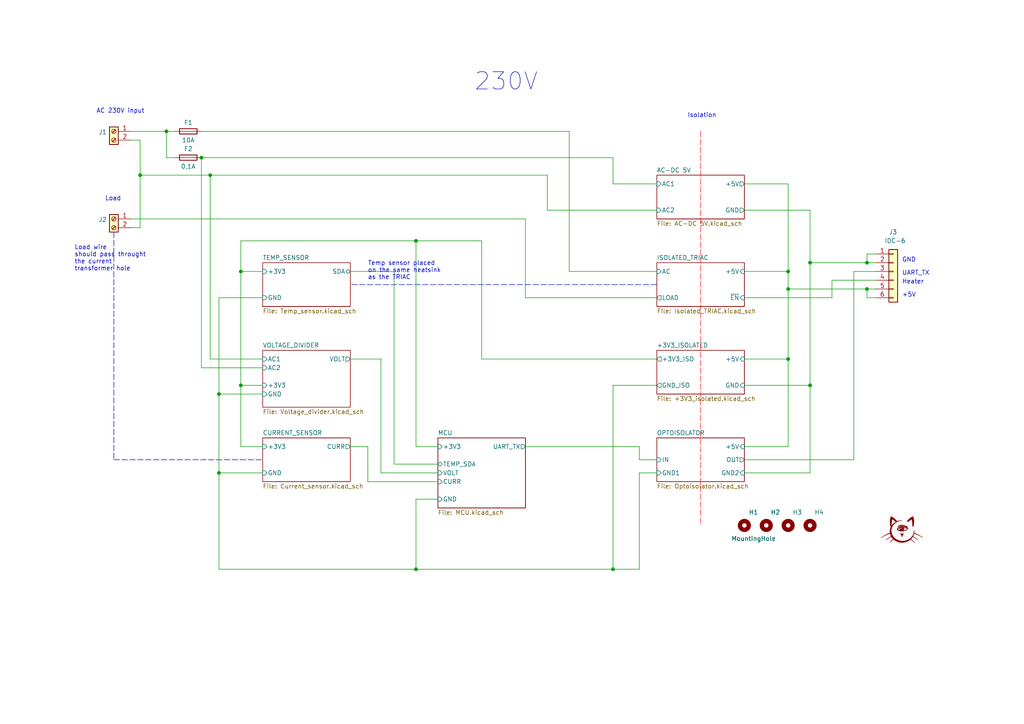
<source format=kicad_sch>
(kicad_sch (version 20231120) (generator "eeschema") (generator_version "8.0")
  (paper "A4")
  (title_block (title "Furnace 230V") (date "2021-08-26") (rev "1.0") (company "Yuriy Volkov"))
  (lib_symbols
    (symbol "Connector_Generic:Conn_01x06" (pin_names (offset 1.016) hide)
      (property "Reference" "J" (at 0 7.62 0))
      (property "Value" "Conn_01x06" (at 0 -10.16 0))
      (symbol "Conn_01x06_1_1"
        (rectangle (start -1.27 -7.493) (end 0 -7.747) (stroke (width 0.1524)))
        (rectangle (start -1.27 -4.953) (end 0 -5.207) (stroke (width 0.1524)))
        (rectangle (start -1.27 -2.413) (end 0 -2.667) (stroke (width 0.1524)))
        (rectangle (start -1.27 0.127) (end 0 -0.127) (stroke (width 0.1524)))
        (rectangle (start -1.27 2.667) (end 0 2.413) (stroke (width 0.1524)))
        (rectangle (start -1.27 5.207) (end 0 4.953) (stroke (width 0.1524)))
        (rectangle (start -1.27 6.35) (end 1.27 -8.89) (stroke (width 0.254)) (fill (type background)))
        (pin passive line (at -5.08 5.08 0) (length 3.81) (name "Pin_1") (number "1"))
        (pin passive line (at -5.08 2.54 0) (length 3.81) (name "Pin_2") (number "2"))
        (pin passive line (at -5.08 0 0) (length 3.81) (name "Pin_3") (number "3"))
        (pin passive line (at -5.08 -2.54 0) (length 3.81) (name "Pin_4") (number "4"))
        (pin passive line (at -5.08 -5.08 0) (length 3.81) (name "Pin_5") (number "5"))
        (pin passive line (at -5.08 -7.62 0) (length 3.81) (name "Pin_6") (number "6"))
      )
    )
    (symbol "Mechanical:MountingHole" (pin_names (offset 1.016)) (exclude_from_sim yes) (in_bom no)
      (property "Reference" "H" (at 0 5.08 0))
      (property "Value" "MountingHole" (at 0 3.175 0))
      (symbol "MountingHole_0_1"
        (circle (center 0 0) (radius 1.27) (stroke (width 1.27)))
      )
    )
    (symbol "furnace_230V-rescue:Fuse-Device" (pin_numbers hide) (pin_names (offset 0))
      (property "Reference" "F" (at 2.032 0 90))
      (property "Value" "Fuse-Device" (at -1.905 0 90))
      (symbol "Fuse-Device_0_1"
        (rectangle (start -0.762 -2.54) (end 0.762 2.54) (stroke (width 0.254)))
        (polyline (pts (xy 0 2.54) (xy 0 -2.54)))
      )
      (symbol "Fuse-Device_1_1"
        (pin passive line (at 0 3.81 270) (length 1.27) (name "~") (number "1"))
        (pin passive line (at 0 -3.81 90) (length 1.27) (name "~") (number "2"))
      )
    )
    (symbol "furnace_230V-rescue:Screw_Terminal_01x02-Connector" (pin_names (offset 1.016) hide)
      (property "Reference" "J" (at 0 2.54 0))
      (property "Value" "Screw_Terminal_01x02-Connector" (at 0 -5.08 0))
      (symbol "Screw_Terminal_01x02-Connector_1_1"
        (rectangle (start -1.27 1.27) (end 1.27 -3.81) (stroke (width 0.254)) (fill (type background)))
        (circle (center 0 -2.54) (radius 0.635) (stroke (width 0.1524)))
        (polyline (pts (xy -0.5334 -2.2098) (xy 0.3302 -3.048)) (stroke (width 0.1524)))
        (polyline (pts (xy -0.5334 0.3302) (xy 0.3302 -0.508)) (stroke (width 0.1524)))
        (polyline (pts (xy -0.3556 -2.032) (xy 0.508 -2.8702)) (stroke (width 0.1524)))
        (polyline (pts (xy -0.3556 0.508) (xy 0.508 -0.3302)) (stroke (width 0.1524)))
        (circle (center 0 0) (radius 0.635) (stroke (width 0.1524)))
        (pin passive line (at -5.08 0 0) (length 3.81) (name "Pin_1") (number "1"))
        (pin passive line (at -5.08 -2.54 0) (length 3.81) (name "Pin_2") (number "2"))
      )
    )
    (symbol "stamp:LOGO" (pin_names (offset 1.016))
      (symbol "LOGO_0_0"
        (polyline (pts (xy 0.0254 -2.032) (xy 0.0254 -1.9812) (xy 0.0508 -1.9558) (xy 0.0762 -1.8542) (xy 0.1016 -1.778) (xy 0.1524 -1.6764) (xy 0.1778 -1.6002) (xy 0.2286 -1.5494) (xy 0.2794 -1.4224) (xy 0.3556 -1.3208) (xy 0.5334 -1.143) (xy -0.508 -1.143) (xy -0.508 -1.1684) (xy -0.2794 -1.397) (xy -0.2032 -1.524) (xy -0.1524 -1.651) (xy -0.0762 -1.8034) (xy -0.0254 -1.9812) (xy -0.0254 -2.0066) (xy 0 -2.0574) (xy 0.0254 -2.032)) (stroke (width 0.0254)) (fill (type outline)))
        (polyline (pts (xy 0.1016 -0.1016) (xy 0.1778 -0.0762) (xy 0.2794 0.0762) (xy 0.3048 0.1016) (xy 0.3048 0.127) (xy 0.3302 0.1524) (xy 0.3302 0.3302) (xy 0.3048 0.381) (xy 0.3048 0.4064) (xy 0.2794 0.4318) (xy 0.2794 0.4826) (xy 0.1778 0.5842) (xy 0.0762 0.635) (xy 0.0508 0.6604) (xy -0.1524 0.6604) (xy -0.1778 0.635) (xy -0.2032 0.635) (xy -0.254 0.6096) (xy -0.254 0.5842) (xy -0.2032 0.5842) (xy -0.127 0.508) (xy -0.1016 0.4572) (xy -0.1016 0.381) (xy -0.127 0.3556) (xy -0.1524 0.3048) (xy -0.2032 0.254) (xy -0.3048 0.254) (xy -0.3556 0.2794) (xy -0.4064 0.3302) (xy -0.4064 0.3556) (xy -0.4318 0.3556) (xy -0.4318 0.2286) (xy -0.4064 0.1778) (xy -0.4064 0.0762) (xy -0.3556 0.0254) (xy -0.3048 -0.0508) (xy -0.2286 -0.1016) (xy -0.1524 -0.127) (xy 0.0508 -0.127) (xy 0.1016 -0.1016)) (stroke (width 0.0254)) (fill (type outline)))
        (polyline (pts (xy -1.2954 0.762) (xy -1.1684 0.8636) (xy -1.0668 0.9398) (xy -0.9652 0.9906) (xy -0.8636 1.0668) (xy -0.7874 1.0922) (xy -0.7112 1.143) (xy -0.5588 1.1938) (xy -0.4572 1.1938) (xy -0.4572 1.2192) (xy -0.3302 1.2192) (xy -0.2032 1.2446) (xy -0.0508 1.2446) (xy 0.0762 1.2192) (xy 0.2286 1.1938) (xy 0.381 1.143) (xy 0.5334 1.0668) (xy 0.7112 0.9906) (xy 0.9144 0.9144) (xy 0.9398 0.889) (xy 1.143 0.7874) (xy 1.4478 0.6858) (xy 1.6256 0.6858) (xy 1.6002 0.7112) (xy 1.5494 0.7366) (xy 1.4986 0.7366) (xy 1.4732 0.762) (xy 1.3716 0.7874) (xy 1.2954 0.8382) (xy 1.2446 0.8636) (xy 1.1684 0.889) (xy 1.1176 0.9398) (xy 1.1684 0.9398) (xy 1.1938 0.9144) (xy 1.524 0.9144) (xy 1.5748 0.9398) (xy 1.6256 0.9398) (xy 1.651 0.9652) (xy 1.6002 0.9652) (xy 1.5748 0.9906) (xy 1.4732 0.9906) (xy 1.3462 1.0414) (xy 1.2192 1.0668) (xy 1.0668 1.1176) (xy 0.7112 1.2192) (xy 0.6858 1.2446) (xy 0.5334 1.2954) (xy 0.4064 1.3208) (xy 0.2794 1.3716) (xy 0.1778 1.397) (xy 0.0762 1.397) (xy 0 1.4224) (xy -0.3302 1.4224) (xy -0.635 1.3462) (xy -0.7874 1.27) (xy -0.9398 1.1684) (xy -1.0668 1.0668) (xy -1.3208 0.762) (xy -1.3462 0.7366) (xy -1.2954 0.762)) (stroke (width 0.0254)) (fill (type outline)))
        (polyline (pts (xy 3.2512 0.9398) (xy 3.2766 0.9906) (xy 3.2766 1.0668) (xy 3.3274 1.2192) (xy 3.3528 1.27) (xy 3.3782 1.4986) (xy 3.429 1.8034) (xy 3.4544 2.1082) (xy 3.4798 2.3876) (xy 3.4544 2.6924) (xy 3.429 2.9464) (xy 3.3782 3.2258) (xy 3.3274 3.4798) (xy 3.2258 3.7084) (xy 3.2258 3.7338) (xy 3.175 3.8354) (xy 3.175 3.8608) (xy 3.1242 3.8608) (xy 3.0988 3.8354) (xy 3.048 3.81) (xy 2.9718 3.7846) (xy 2.921 3.7592) (xy 2.8448 3.7084) (xy 2.7686 3.683) (xy 2.667 3.6068) (xy 2.4638 3.4798) (xy 2.286 3.3274) (xy 2.0828 3.175) (xy 1.7018 2.794) (xy 1.651 2.7178) (xy 1.5748 2.667) (xy 1.524 2.5908) (xy 1.4986 2.5654) (xy 1.4732 2.5146) (xy 1.4478 2.4892) (xy 1.4732 2.4892) (xy 1.4986 2.4638) (xy 1.5494 2.4384) (xy 1.6002 2.4384) (xy 1.651 2.3876) (xy 1.8034 2.3368) (xy 1.905 2.413) (xy 2.0066 2.5146) (xy 2.0828 2.5654) (xy 2.1844 2.6416) (xy 2.2606 2.7178) (xy 2.3622 2.794) (xy 2.4384 2.8448) (xy 2.54 2.8956) (xy 2.6162 2.9718) (xy 2.6924 2.9972) (xy 2.7432 3.048) (xy 2.794 3.0734) (xy 2.8194 3.0988) (xy 2.8448 3.0988) (xy 2.8448 3.0734) (xy 2.8702 3.0226) (xy 2.8702 2.9464) (xy 2.8956 2.8956) (xy 2.8956 2.8194) (xy 2.921 2.7178) (xy 2.9464 2.6416) (xy 2.9464 2.5654) (xy 2.9718 2.4892) (xy 2.9718 2.3876) (xy 2.9972 2.286) (xy 2.9972 2.1844) (xy 3.0226 2.0828) (xy 3.0226 1.5748) (xy 3.048 1.2192) (xy 3.0734 1.143) (xy 3.0988 1.0922) (xy 3.1496 1.0414) (xy 3.175 0.9906) (xy 3.175 0.9652) (xy 3.2258 0.9144) (xy 3.2512 0.9398)) (stroke (width 0.0254)) (fill (type outline)))
        (polyline (pts (xy 0.3556 -0.381) (xy 0.6096 -0.3302) (xy 0.8382 -0.254) (xy 1.0414 -0.1778) (xy 1.143 -0.127) (xy 1.2954 -0.0254) (xy 1.4224 0.0762) (xy 1.5748 0.1778) (xy 1.5748 0.2032) (xy 1.7272 0.3556) (xy 1.7526 0.4064) (xy 1.8034 0.4572) (xy 1.8034 0.508) (xy 1.7526 0.508) (xy 1.7018 0.5334) (xy 1.6002 0.5334) (xy 1.4732 0.5588) (xy 1.3716 0.5842) (xy 1.2446 0.6096) (xy 1.143 0.6604) (xy 1.016 0.7112) (xy 0.8636 0.762) (xy 0.7366 0.8128) (xy 0.5588 0.889) (xy 0.4826 0.9144) (xy 0.381 0.9652) (xy 0.2286 1.016) (xy 0.1778 1.0414) (xy 0.1016 1.0414) (xy 0.0508 1.0668) (xy -0.2286 1.0668) (xy -0.3556 1.0414) (xy -0.4826 0.9906) (xy -0.635 0.9398) (xy -0.9398 0.7366) (xy -1.1684 0.508) (xy -1.2446 0.4572) (xy -1.4224 0.2794) (xy -1.4478 0.2286) (xy -1.2446 0.2286) (xy -1.1938 0.2794) (xy -1.143 0.3048) (xy -1.0922 0.3556) (xy -1.0414 0.381) (xy -1.016 0.4318) (xy -0.9652 0.4572) (xy -0.9398 0.4826) (xy -0.889 0.508) (xy -0.7874 0.6096) (xy -0.7366 0.635) (xy -0.635 0.7366) (xy -0.5588 0.762) (xy -0.6096 0.6858) (xy -0.6858 0.5334) (xy -0.6858 0.4572) (xy -0.7112 0.4064) (xy -0.7112 0.2032) (xy -0.6858 0.1524) (xy -0.6858 0.127) (xy -0.5334 0.127) (xy -0.5334 0.3302) (xy -0.508 0.4572) (xy -0.4064 0.6096) (xy -0.3302 0.6858) (xy -0.2286 0.7366) (xy -0.127 0.762) (xy 0.0508 0.762) (xy 0.1524 0.7112) (xy 0.1778 0.7112) (xy 0.2286 0.6858) (xy 0.3302 0.5842) (xy 0.4064 0.4318) (xy 0.4318 0.3302) (xy 0.4318 0.2286) (xy 0.381 0.0254) (xy 0.3302 -0.0762) (xy 0.254 -0.127) (xy 0.1524 -0.2032) (xy 0.0508 -0.2286) (xy 0.0254 -0.254) (xy -0.0762 -0.254) (xy -0.2794 -0.2032) (xy -0.4318 -0.0508) (xy -0.4826 0.0254) (xy -0.5334 0.127) (xy -0.6858 0.127) (xy -0.6858 0.0762) (xy -0.5334 -0.1524) (xy -0.508 -0.1778) (xy -0.5334 -0.1778) (xy -0.5842 -0.1524) (xy -0.6604 -0.127) (xy -0.7112 -0.1016) (xy -0.7874 -0.0762) (xy -0.8636 -0.0254) (xy -1.016 0.0508) (xy -1.0668 0.1016) (xy -1.1176 0.127) (xy -1.1684 0.1778) (xy -1.2192 0.2032) (xy -1.2446 0.2286) (xy -1.4478 0.2286) (xy -1.4478 0.2032) (xy -1.4224 0.1778) (xy -1.397 0.127) (xy -1.3716 0.1016) (xy -1.3462 0.0508) (xy -1.3208 0.0254) (xy -1.0668 -0.1778) (xy -0.889 -0.254) (xy -0.8128 -0.2794) (xy 0.3048 -0.2794) (xy 0.3302 -0.254) (xy 0.381 -0.1778) (xy 0.4572 -0.127) (xy 0.508 -0.0508) (xy 0.508 -0.0254) (xy 0.5588 0.0762) (xy 0.6096 0.2032) (xy 0.6096 0.3302) (xy 0.5588 0.5842) (xy 0.508 0.6858) (xy 0.4318 0.7874) (xy 0.381 0.8382) (xy 0.381 0.8636) (xy 0.5334 0.7874) (xy 0.6096 0.762) (xy 0.7112 0.7112) (xy 0.7874 0.6604) (xy 0.8382 0.6604) (xy 0.9144 0.6096) (xy 0.9906 0.5842) (xy 1.0922 0.5334) (xy 1.1176 0.5334) (xy 1.2192 0.4826) (xy 1.2446 0.4826) (xy 1.397 0.4318) (xy 1.4732 0.4318) (xy 1.6002 0.4064) (xy 1.4986 0.3048) (xy 1.3462 0.1778) (xy 0.9906 -0.0762) (xy 0.7874 -0.1524) (xy 0.6096 -0.2286) (xy 0.4318 -0.2794) (xy 0.3048 -0.2794) (xy -0.8128 -0.2794) (xy -0.7366 -0.3048) (xy -0.5588 -0.3556) (xy -0.3556 -0.4064) (xy 0.127 -0.4064) (xy 0.3556 -0.381)) (stroke (width 0.0254)) (fill (type outline)))
        (polyline (pts (xy -3.5052 -3.6068) (xy -3.3782 -3.5052) (xy -3.175 -3.302) (xy -2.7686 -2.9464) (xy -2.5908 -2.8194) (xy -2.4892 -2.7432) (xy -2.1844 -2.9972) (xy -1.9304 -3.175) (xy -1.3716 -3.429) (xy -1.0922 -3.5306) (xy -0.7874 -3.6068) (xy -0.4826 -3.6576) (xy -0.381 -3.683) (xy 0.381 -3.683) (xy 0.4826 -3.6576) (xy 0.508 -3.6576) (xy 0.8128 -3.6068) (xy 1.0922 -3.5306) (xy 1.3716 -3.429) (xy 1.6256 -3.3274) (xy 1.8796 -3.2004) (xy 2.1336 -3.048) (xy 2.3622 -2.8702) (xy 2.4892 -2.7432) (xy 2.54 -2.794) (xy 2.5654 -2.794) (xy 2.6162 -2.8448) (xy 2.6924 -2.8956) (xy 2.7432 -2.9464) (xy 2.9718 -3.0988) (xy 3.2004 -3.3274) (xy 3.2766 -3.3782) (xy 3.3528 -3.4544) (xy 3.429 -3.556) (xy 3.4798 -3.6068) (xy 3.556 -3.6576) (xy 3.6068 -3.7338) (xy 3.6576 -3.7846) (xy 3.7084 -3.81) (xy 3.6322 -3.7338) (xy 3.6322 -3.7084) (xy 3.5814 -3.6576) (xy 3.5052 -3.556) (xy 3.4036 -3.4798) (xy 3.3274 -3.3782) (xy 3.1242 -3.175) (xy 2.9972 -3.0734) (xy 2.8956 -2.9718) (xy 2.794 -2.8956) (xy 2.7178 -2.8194) (xy 2.5654 -2.6924) (xy 2.667 -2.5654) (xy 2.7178 -2.5146) (xy 2.8702 -2.3114) (xy 3.0226 -2.1336) (xy 3.0226 -2.1082) (xy 3.048 -2.0574) (xy 3.0988 -2.0066) (xy 3.1496 -2.0066) (xy 3.175 -2.032) (xy 3.2258 -2.0574) (xy 3.302 -2.0828) (xy 3.3528 -2.1082) (xy 3.429 -2.1336) (xy 3.4798 -2.1844) (xy 3.5814 -2.2352) (xy 3.6068 -2.2352) (xy 3.6576 -2.286) (xy 3.7084 -2.3114) (xy 3.7846 -2.3368) (xy 3.8608 -2.413) (xy 3.8862 -2.413) (xy 3.9116 -2.4384) (xy 3.937 -2.4384) (xy 3.937 -2.4638) (xy 4.0894 -2.54) (xy 4.1402 -2.5908) (xy 4.445 -2.794) (xy 4.4704 -2.8194) (xy 4.5466 -2.8702) (xy 4.5974 -2.921) (xy 4.6482 -2.9464) (xy 4.572 -2.8702) (xy 4.4196 -2.7432) (xy 4.2164 -2.5908) (xy 4.0386 -2.4638) (xy 3.8354 -2.3114) (xy 3.429 -2.0574) (xy 3.2258 -1.9558) (xy 3.1496 -1.905) (xy 3.2766 -1.651) (xy 3.3528 -1.4224) (xy 3.429 -1.2192) (xy 3.429 -1.1684) (xy 3.4544 -1.1176) (xy 3.4544 -1.0668) (xy 3.4798 -1.0668) (xy 3.5814 -1.1176) (xy 3.6576 -1.1176) (xy 3.7338 -1.143) (xy 3.81 -1.1938) (xy 4.0132 -1.2446) (xy 4.2672 -1.3462) (xy 4.826 -1.6002) (xy 5.1054 -1.7526) (xy 5.3848 -1.8796) (xy 5.6642 -2.0574) (xy 5.9182 -2.2098) (xy 6.0198 -2.2606) (xy 5.9944 -2.2352) (xy 5.9436 -2.2098) (xy 5.8674 -2.159) (xy 5.8166 -2.1082) (xy 5.588 -1.9558) (xy 5.4864 -1.905) (xy 4.8768 -1.5494) (xy 4.5466 -1.3716) (xy 4.2418 -1.2192) (xy 3.6322 -0.9652) (xy 3.5814 -0.9398) (xy 3.5306 -0.9398) (xy 3.5052 -0.9144) (xy 3.4798 -0.9144) (xy 3.4798 -0.8636) (xy 3.5052 -0.8128) (xy 3.5052 -0.1778) (xy 3.4798 -0.1524) (xy 3.4798 -0.3048) (xy 3.4544 -0.5842) (xy 3.3528 -1.0922) (xy 3.1496 -1.6002) (xy 2.9972 -1.8034) (xy 2.8448 -2.032) (xy 2.667 -2.2352) (xy 2.2606 -2.5908) (xy 2.032 -2.7432) (xy 1.8034 -2.8702) (xy 1.524 -2.9972) (xy 1.27 -3.0988) (xy 0.9652 -3.175) (xy 0.6858 -3.2258) (xy 0.4064 -3.2512) (xy 0.1016 -3.2512) (xy -0.508 -3.2004) (xy -0.7874 -3.1242) (xy -1.0414 -3.048) (xy -1.2954 -2.9464) (xy -1.7526 -2.6924) (xy -1.9812 -2.5146) (xy -2.1844 -2.3622) (xy -2.54 -1.9558) (xy -2.667 -1.7526) (xy -2.921 -1.2954) (xy -2.9972 -1.0414) (xy -3.0988 -0.5334) (xy -3.0988 0) (xy -2.9972 0.508) (xy -2.8956 0.762) (xy -2.8702 0.8382) (xy -2.6162 1.2954) (xy -2.4638 1.4986) (xy -2.286 1.7018) (xy -2.0828 1.8796) (xy -1.8542 2.0574) (xy -1.6256 2.2098) (xy -1.397 2.3368) (xy -1.27 2.413) (xy -1.0414 2.4892) (xy -0.8382 2.5654) (xy -0.635 2.6162) (xy -0.4064 2.667) (xy -0.1524 2.6924) (xy 0 2.7178) (xy -0.254 2.7178) (xy -0.5334 2.6924) (xy -0.7874 2.6416) (xy -1.0668 2.5654) (xy -1.3208 2.4892) (xy -1.4224 2.4384) (xy -1.4478 2.4892) (xy -1.5494 2.5908) (xy -1.7272 2.794) (xy -1.9304 2.9972) (xy -2.3368 3.3528) (xy -2.7432 3.6576) (xy -2.8194 3.683) (xy -2.8702 3.7338) (xy -2.9464 3.7592) (xy -2.9972 3.7846) (xy -3.0734 3.8354) (xy -3.1242 3.8608) (xy -3.2004 3.8608) (xy -3.2258 3.81) (xy -3.2766 3.6576) (xy -3.302 3.556) (xy -3.3782 3.3782) (xy -3.429 3.175) (xy -3.4798 2.8194) (xy -3.4798 1.9304) (xy -3.4544 1.8542) (xy -3.4544 1.7272) (xy -3.4036 1.4478) (xy -3.3274 1.1684) (xy -3.3274 1.1176) (xy -3.048 1.1176) (xy -3.048 2.0066) (xy -3.0226 2.1082) (xy -2.9718 2.6162) (xy -2.921 2.8702) (xy -2.8956 2.8956) (xy -2.8956 2.9718) (xy -2.8702 3.0226) (xy -2.8702 3.048) (xy -2.8448 3.0734) (xy -2.794 3.0734) (xy -2.7432 3.048) (xy -2.6924 2.9972) (xy -2.6416 2.9718) (xy -2.413 2.8194) (xy -2.3368 2.7432) (xy -2.286 2.7178) (xy -2.2606 2.7178) (xy -2.1844 2.6416) (xy -2.1336 2.6162) (xy -2.032 2.5146) (xy -1.9558 2.4638) (xy -1.778 2.286) (xy -1.8034 2.2606) (xy -1.8288 2.2606) (xy -1.8542 2.2352) (xy -1.9558 2.1844) (xy -2.032 2.1082) (xy -2.159 2.0574) (xy -2.2606 1.9812) (xy -2.3368 1.905) (xy -2.4638 1.8034) (xy -2.5908 1.6764) (xy -2.6924 1.5494) (xy -2.8194 1.4224) (xy -2.921 1.2954) (xy -2.9972 1.1938) (xy -3.0226 1.143) (xy -3.0226 1.1176) (xy -3.048 1.1176) (xy -3.3274 1.1176) (xy -3.2512 0.9398) (xy -3.2512 0.8382) (xy -3.2258 0.8128) (xy -3.2258 0.762) (xy -3.2512 0.7366) (xy -3.2766 0.6858) (xy -3.2766 0.635) (xy -3.3528 0.4572) (xy -3.4544 0.0508) (xy -3.4544 0.0254) (xy -3.4798 -0.0254) (xy -3.4798 -0.1524) (xy -3.5052 -0.2032) (xy -3.5052 -0.7874) (xy -3.4798 -0.8382) (xy -3.4798 -0.9144) (xy -3.6068 -0.9652) (xy -3.7592 -1.016) (xy -4.0894 -1.143) (xy -4.4196 -1.2954) (xy -5.08 -1.651) (xy -5.4102 -1.8542) (xy -5.715 -2.0574) (xy -5.7404 -2.0574) (xy -5.7912 -2.1082) (xy -5.8674 -2.159) (xy -5.9182 -2.1844) (xy -5.969 -2.2352) (xy -6.0198 -2.2606) (xy -6.0452 -2.286) (xy -6.0198 -2.286) (xy -5.9944 -2.2606) (xy -5.8928 -2.2098) (xy -5.6642 -2.0574) (xy -5.3848 -1.8796) (xy -5.1054 -1.7272) (xy -4.5466 -1.4732) (xy -4.2418 -1.3462) (xy -4.1656 -1.3208) (xy -4.0894 -1.27) (xy -3.9878 -1.2446) (xy -3.8862 -1.1938) (xy -3.81 -1.1684) (xy -3.7084 -1.143) (xy -3.556 -1.0922) (xy -3.5052 -1.0922) (xy -3.4798 -1.0668) (xy -3.4544 -1.0668) (xy -3.4544 -1.1176) (xy -3.4036 -1.2192) (xy -3.3782 -1.3716) (xy -3.302 -1.5748) (xy -3.2258 -1.7526) (xy -3.1496 -1.905) (xy -3.5052 -2.1082) (xy -3.7592 -2.2606) (xy -3.9878 -2.4384) (xy -4.2418 -2.5908) (xy -4.445 -2.7686) (xy -4.4704 -2.794) (xy -4.5466 -2.8448) (xy -4.6736 -2.9718) (xy -4.572 -2.921) (xy -4.5212 -2.8448) (xy -4.2672 -2.667) (xy -3.9878 -2.4638) (xy -3.683 -2.286) (xy -3.6322 -2.2606) (xy -3.556 -2.2098) (xy -3.4798 -2.1844) (xy -3.4036 -2.1336) (xy -3.3274 -2.1082) (xy -3.2766 -2.0574) (xy -3.2004 -2.032) (xy -3.1496 -2.0066) (xy -3.0988 -2.0066) (xy -3.0988 -2.032) (xy -3.0226 -2.1082) (xy -2.921 -2.2606) (xy -2.667 -2.5654) (xy -2.5654 -2.6924) (xy -2.667 -2.7686) (xy -2.794 -2.8702) (xy -3.0226 -3.0734) (xy -3.2512 -3.302) (xy -3.556 -3.6576) (xy -3.5052 -3.6068)) (stroke (width 0.0254)) (fill (type outline)))
      )
    )
  )
  (junction (at 40.64 50.8))
  (junction (at 60.96 50.8))
  (junction (at 234.95 111.76))
  (junction (at 120.65 165.1))
  (junction (at 63.5 137.16))
  (junction (at 234.95 76.2))
  (junction (at 48.26 38.1))
  (junction (at 69.85 111.76))
  (junction (at 63.5 114.3))
  (junction (at 177.8 165.1))
  (junction (at 251.46 76.2))
  (junction (at 69.85 78.74))
  (junction (at 58.42 45.72))
  (junction (at 228.6 83.82))
  (junction (at 251.46 83.82))
  (junction (at 228.6 78.74))
  (junction (at 120.65 69.85))
  (junction (at 228.6 104.14))
  (wire (pts (xy 106.68 129.54) (xy 101.6 129.54)))
  (polyline (pts (xy 190.5 82.55) (xy 101.6 82.55)) (stroke (width 0) (type dash)))
  (wire (pts (xy 58.42 38.1) (xy 165.1 38.1)))
  (wire (pts (xy 127 144.78) (xy 120.65 144.78)))
  (wire (pts (xy 247.65 78.74) (xy 247.65 133.35)))
  (wire (pts (xy 40.64 66.04) (xy 40.64 50.8)))
  (wire (pts (xy 60.96 104.14) (xy 60.96 50.8)))
  (wire (pts (xy 38.1 63.5) (xy 152.4 63.5)))
  (wire (pts (xy 48.26 45.72) (xy 48.26 38.1)))
  (wire (pts (xy 228.6 83.82) (xy 228.6 78.74)))
  (wire (pts (xy 185.42 137.16) (xy 185.42 165.1)))
  (wire (pts (xy 76.2 78.74) (xy 69.85 78.74)))
  (wire (pts (xy 76.2 137.16) (xy 63.5 137.16)))
  (wire (pts (xy 120.65 129.54) (xy 120.65 69.85)))
  (wire (pts (xy 190.5 86.36) (xy 152.4 86.36)))
  (wire (pts (xy 120.65 144.78) (xy 120.65 165.1)))
  (polyline (pts (xy 33.02 67.31) (xy 33.02 133.35)) (stroke (width 0) (type dash)))
  (wire (pts (xy 127 137.16) (xy 110.49 137.16)))
  (wire (pts (xy 185.42 133.35) (xy 190.5 133.35)))
  (wire (pts (xy 120.65 165.1) (xy 63.5 165.1)))
  (wire (pts (xy 177.8 111.76) (xy 177.8 165.1)))
  (wire (pts (xy 58.42 106.68) (xy 58.42 45.72)))
  (wire (pts (xy 215.9 111.76) (xy 234.95 111.76)))
  (wire (pts (xy 69.85 129.54) (xy 76.2 129.54)))
  (wire (pts (xy 158.75 50.8) (xy 60.96 50.8)))
  (wire (pts (xy 215.9 104.14) (xy 228.6 104.14)))
  (wire (pts (xy 69.85 69.85) (xy 69.85 78.74)))
  (wire (pts (xy 58.42 45.72) (xy 177.8 45.72)))
  (wire (pts (xy 251.46 76.2) (xy 234.95 76.2)))
  (wire (pts (xy 50.8 45.72) (xy 48.26 45.72)))
  (wire (pts (xy 190.5 137.16) (xy 185.42 137.16)))
  (wire (pts (xy 158.75 60.96) (xy 158.75 50.8)))
  (wire (pts (xy 127 134.62) (xy 114.3 134.62)))
  (wire (pts (xy 165.1 38.1) (xy 165.1 78.74)))
  (wire (pts (xy 190.5 78.74) (xy 165.1 78.74)))
  (wire (pts (xy 251.46 83.82) (xy 251.46 86.36)))
  (wire (pts (xy 139.7 69.85) (xy 120.65 69.85)))
  (wire (pts (xy 76.2 104.14) (xy 60.96 104.14)))
  (wire (pts (xy 152.4 129.54) (xy 185.42 129.54)))
  (wire (pts (xy 152.4 86.36) (xy 152.4 63.5)))
  (wire (pts (xy 234.95 60.96) (xy 215.9 60.96)))
  (wire (pts (xy 234.95 76.2) (xy 234.95 111.76)))
  (wire (pts (xy 106.68 139.7) (xy 106.68 129.54)))
  (wire (pts (xy 185.42 165.1) (xy 177.8 165.1)))
  (wire (pts (xy 69.85 111.76) (xy 69.85 129.54)))
  (wire (pts (xy 60.96 50.8) (xy 40.64 50.8)))
  (wire (pts (xy 254 73.66) (xy 251.46 73.66)))
  (wire (pts (xy 228.6 53.34) (xy 215.9 53.34)))
  (wire (pts (xy 190.5 60.96) (xy 158.75 60.96)))
  (wire (pts (xy 177.8 45.72) (xy 177.8 53.34)))
  (wire (pts (xy 251.46 83.82) (xy 228.6 83.82)))
  (wire (pts (xy 228.6 53.34) (xy 228.6 78.74)))
  (wire (pts (xy 185.42 129.54) (xy 185.42 133.35)))
  (wire (pts (xy 254 81.28) (xy 241.3 81.28)))
  (wire (pts (xy 215.9 129.54) (xy 228.6 129.54)))
  (wire (pts (xy 228.6 104.14) (xy 228.6 83.82)))
  (polyline (pts (xy 203.2 38.1) (xy 203.2 152.4)) (stroke (width 0) (type dash) (color 255 0 0 1)))
  (wire (pts (xy 254 78.74) (xy 247.65 78.74)))
  (wire (pts (xy 254 83.82) (xy 251.46 83.82)))
  (wire (pts (xy 241.3 81.28) (xy 241.3 86.36)))
  (wire (pts (xy 228.6 129.54) (xy 228.6 104.14)))
  (wire (pts (xy 190.5 111.76) (xy 177.8 111.76)))
  (wire (pts (xy 251.46 76.2) (xy 254 76.2)))
  (wire (pts (xy 38.1 38.1) (xy 48.26 38.1)))
  (wire (pts (xy 215.9 78.74) (xy 228.6 78.74)))
  (wire (pts (xy 76.2 114.3) (xy 63.5 114.3)))
  (wire (pts (xy 63.5 86.36) (xy 76.2 86.36)))
  (wire (pts (xy 114.3 78.74) (xy 101.6 78.74)))
  (wire (pts (xy 63.5 114.3) (xy 63.5 86.36)))
  (wire (pts (xy 114.3 134.62) (xy 114.3 78.74)))
  (wire (pts (xy 139.7 104.14) (xy 139.7 69.85)))
  (wire (pts (xy 215.9 137.16) (xy 234.95 137.16)))
  (wire (pts (xy 177.8 165.1) (xy 120.65 165.1)))
  (wire (pts (xy 127 129.54) (xy 120.65 129.54)))
  (wire (pts (xy 127 139.7) (xy 106.68 139.7)))
  (wire (pts (xy 110.49 137.16) (xy 110.49 104.14)))
  (wire (pts (xy 110.49 104.14) (xy 101.6 104.14)))
  (wire (pts (xy 76.2 111.76) (xy 69.85 111.76)))
  (wire (pts (xy 63.5 137.16) (xy 63.5 114.3)))
  (wire (pts (xy 251.46 86.36) (xy 254 86.36)))
  (polyline (pts (xy 33.02 133.35) (xy 76.2 133.35)) (stroke (width 0) (type dash)))
  (wire (pts (xy 190.5 104.14) (xy 139.7 104.14)))
  (wire (pts (xy 69.85 78.74) (xy 69.85 111.76)))
  (wire (pts (xy 177.8 53.34) (xy 190.5 53.34)))
  (wire (pts (xy 40.64 40.64) (xy 38.1 40.64)))
  (wire (pts (xy 247.65 133.35) (xy 215.9 133.35)))
  (wire (pts (xy 234.95 137.16) (xy 234.95 111.76)))
  (wire (pts (xy 63.5 165.1) (xy 63.5 137.16)))
  (wire (pts (xy 48.26 38.1) (xy 50.8 38.1)))
  (wire (pts (xy 120.65 69.85) (xy 69.85 69.85)))
  (wire (pts (xy 40.64 66.04) (xy 38.1 66.04)))
  (wire (pts (xy 76.2 106.68) (xy 58.42 106.68)))
  (wire (pts (xy 251.46 73.66) (xy 251.46 76.2)))
  (wire (pts (xy 241.3 86.36) (xy 215.9 86.36)))
  (wire (pts (xy 40.64 50.8) (xy 40.64 40.64)))
  (wire (pts (xy 234.95 60.96) (xy 234.95 76.2)))
  (text "GND" (at 261.62 76.2 0) (effects (font (size 1.27 1.27)) (justify left bottom)))
  (text "Isolation" (at 199.39 34.29 0) (effects (font (size 1.27 1.27)) (justify left bottom)))
  (text "230V" (at 156.21 26.67 0) (effects (font (size 5.0038 5.0038)) (justify right bottom)))
  (text "Load wire \nshould pass throught\nthe current \ntransformer hole" (at 21.59 78.74 0) (effects (font (size 1.27 1.27)) (justify left bottom)))
  (text "AC 230V input" (at 27.94 33.02 0) (effects (font (size 1.27 1.27)) (justify left bottom)))
  (text "UART_TX" (at 261.62 80.01 0) (effects (font (size 1.27 1.27)) (justify left bottom)))
  (text "Load" (at 30.48 58.42 0) (effects (font (size 1.27 1.27)) (justify left bottom)))
  (text "Heater" (at 261.62 82.55 0) (effects (font (size 1.27 1.27)) (justify left bottom)))
  (text "Temp sensor placed \non the same heatsink\nas the TRIAC" (at 106.68 81.28 0) (effects (font (size 1.27 1.27)) (justify left bottom)))
  (text "+5V" (at 261.62 86.36 0) (effects (font (size 1.27 1.27)) (justify left bottom)))
  (symbol (lib_id "furnace_230V-rescue:Screw_Terminal_01x02-Connector") (at 33.02 38.1 0) (mirror y) (unit 1)
    (property "Reference" "J1" (at 30.988 38.3032 0) (effects (justify left)))
    (property "Value" " " (at 30.988 40.6146 0) (effects (justify left)))
    (property "Footprint" "furnace_230V:KF7.62-2P" (effects (hide yes)))
  )
  (symbol (lib_id "furnace_230V-rescue:Screw_Terminal_01x02-Connector") (at 33.02 63.5 0) (mirror y) (unit 1)
    (property "Reference" "J2" (at 30.988 63.7032 0) (effects (justify left)))
    (property "Value" " " (at 30.988 66.0146 0) (effects (justify left)))
    (property "Footprint" "furnace_230V:KF7.62-2P" (effects (hide yes)))
  )
  (symbol (lib_id "Connector_Generic:Conn_01x06") (at 259.08 78.74 0) (unit 1)
    (property "Reference" "J3" (at 257.81 67.31 0) (effects (justify left)))
    (property "Value" "IDC-6" (at 256.54 69.85 0) (effects (justify left)))
    (property "Footprint" "Connector_IDC:IDC-Header_2x03_P2.54mm_Vertical" (effects (hide yes)))
  )
  (symbol (lib_id "stamp:LOGO") (at 261.62 153.67 0) (unit 1)
    (property "Reference" "G1" (effects (hide yes)))
    (property "Value" "LOGO" (effects (hide yes)))
    (property "Footprint" "furnace_230V:stamp" (effects (hide yes)))
  )
  (symbol (lib_id "furnace_230V-rescue:Fuse-Device") (at 54.61 45.72 270) (unit 1)
    (property "Reference" "F2" (at 54.61 43.18 90))
    (property "Value" "0,1A" (at 54.61 48.26 90))
    (property "Footprint" "Fuse:Fuseholder_Cylinder-5x20mm_Stelvio-Kontek_PTF78_Horizontal_Open" (effects (hide yes)))
  )
  (symbol (lib_id "furnace_230V-rescue:Fuse-Device") (at 54.61 38.1 270) (unit 1)
    (property "Reference" "F1" (at 54.61 35.56 90))
    (property "Value" "10A" (at 54.61 40.64 90))
    (property "Footprint" "Fuse:Fuseholder_Cylinder-5x20mm_Stelvio-Kontek_PTF78_Horizontal_Open" (effects (hide yes)))
  )
  (symbol (lib_id "Mechanical:MountingHole") (at 215.9 152.4 0) (unit 1)
    (property "Reference" "H1" (at 217.17 148.59 0) (effects (justify left)))
    (property "Value" "MountingHole" (at 212.09 156.21 0) (effects (justify left)))
    (property "Footprint" "furnace_230V:hole_D3.5mm" (effects (hide yes)))
  )
  (symbol (lib_id "Mechanical:MountingHole") (at 222.25 152.4 0) (unit 1)
    (property "Reference" "H2" (at 223.52 148.59 0) (effects (justify left)))
    (property "Value" "MountingHole" (effects (hide yes)))
    (property "Footprint" "furnace_230V:hole_D3.5mm" (effects (hide yes)))
  )
  (symbol (lib_id "Mechanical:MountingHole") (at 228.6 152.4 0) (unit 1)
    (property "Reference" "H3" (at 229.87 148.59 0) (effects (justify left)))
    (property "Value" "MountingHole" (effects (hide yes)))
    (property "Footprint" "furnace_230V:hole_D3.5mm" (effects (hide yes)))
  )
  (symbol (lib_id "Mechanical:MountingHole") (at 234.95 152.4 0) (unit 1)
    (property "Reference" "H4" (at 236.22 148.59 0) (effects (justify left)))
    (property "Value" "MountingHole" (effects (hide yes)))
    (property "Footprint" "furnace_230V:hole_D3.5mm" (effects (hide yes)))
  )
  (sheet (at 190.5 50.8) (size 25.4 12.7)
    (property "Sheetname" "AC-DC 5V" (at 190.5 50.0884 0) (effects (justify left bottom)))
    (property "Sheetfile" "AC-DC 5V.kicad_sch" (at 190.5 64.0846 0) (effects (justify left top)))
    (pin "+5V" output (at 215.9 53.34 0))
    (pin "GND" output (at 215.9 60.96 0))
    (pin "AC1" input (at 190.5 53.34 180))
    (pin "AC2" input (at 190.5 60.96 180))
  )
  (sheet (at 127 127) (size 25.4 20.32)
    (property "Sheetname" "MCU" (at 127 126.2884 0) (effects (justify left bottom)))
    (property "Sheetfile" "MCU.kicad_sch" (at 127 147.9046 0) (effects (justify left top)))
    (pin "UART_TX" output (at 152.4 129.54 0))
    (pin "+3V3" input (at 127 129.54 180))
    (pin "GND" input (at 127 144.78 180))
    (pin "VOLT" input (at 127 137.16 180))
    (pin "TEMP_SDA" bidirectional (at 127 134.62 180))
    (pin "CURR" input (at 127 139.7 180))
  )
  (sheet (at 190.5 101.6) (size 25.4 12.7)
    (property "Sheetname" "+3V3_ISOLATED" (at 190.5 100.8884 0) (effects (justify left bottom)))
    (property "Sheetfile" "+3V3_isolated.kicad_sch" (at 190.5 114.8846 0) (effects (justify left top)))
    (pin "+3V3_ISO" output (at 190.5 104.14 180))
    (pin "GND_ISO" output (at 190.5 111.76 180))
    (pin "+5V" input (at 215.9 104.14 0))
    (pin "GND" input (at 215.9 111.76 0))
  )
  (sheet (at 190.5 76.2) (size 25.4 12.7)
    (property "Sheetname" "ISOLATED_TRIAC" (at 190.5 75.4884 0) (effects (justify left bottom)))
    (property "Sheetfile" "Isolated_TRIAC.kicad_sch" (at 190.5 89.4846 0) (effects (justify left top)))
    (pin "AC" input (at 190.5 78.74 180))
    (pin "LOAD" output (at 190.5 86.36 180))
    (pin "+5V" input (at 215.9 78.74 0))
    (pin "~{EN}" input (at 215.9 86.36 0))
  )
  (sheet (at 76.2 76.2) (size 25.4 12.7)
    (property "Sheetname" "TEMP_SENSOR" (at 76.2 75.4884 0) (effects (justify left bottom)))
    (property "Sheetfile" "Temp_sensor.kicad_sch" (at 76.2 89.4846 0) (effects (justify left top)))
    (pin "SDA" bidirectional (at 101.6 78.74 0))
    (pin "+3V3" input (at 76.2 78.74 180))
    (pin "GND" input (at 76.2 86.36 180))
  )
  (sheet (at 76.2 127) (size 25.4 12.7)
    (property "Sheetname" "CURRENT_SENSOR" (at 76.2 126.2884 0) (effects (justify left bottom)))
    (property "Sheetfile" "Current_sensor.kicad_sch" (at 76.2 140.2846 0) (effects (justify left top)))
    (pin "CURR" output (at 101.6 129.54 0))
    (pin "+3V3" input (at 76.2 129.54 180))
    (pin "GND" input (at 76.2 137.16 180))
  )
  (sheet (at 76.2 101.6) (size 25.4 16.51)
    (property "Sheetname" "VOLTAGE_DIVIDER" (at 76.2 100.8884 0) (effects (justify left bottom)))
    (property "Sheetfile" "Voltage_divider.kicad_sch" (at 76.2 118.6946 0) (effects (justify left top)))
    (pin "AC1" input (at 76.2 104.14 180))
    (pin "AC2" input (at 76.2 106.68 180))
    (pin "VOLT" output (at 101.6 104.14 0))
    (pin "+3V3" input (at 76.2 111.76 180))
    (pin "GND" input (at 76.2 114.3 180))
  )
  (sheet (at 190.5 127) (size 25.4 12.7)
    (property "Sheetname" "OPTOISOLATOR" (at 190.5 126.2884 0) (effects (justify left bottom)))
    (property "Sheetfile" "Optoisolator.kicad_sch" (at 190.5 140.2846 0) (effects (justify left top)))
    (pin "IN" input (at 190.5 133.35 180))
    (pin "GND1" input (at 190.5 137.16 180))
    (pin "+5V" input (at 215.9 129.54 0))
    (pin "GND2" input (at 215.9 137.16 0))
    (pin "OUT" output (at 215.9 133.35 0))
  )
)
</source>
